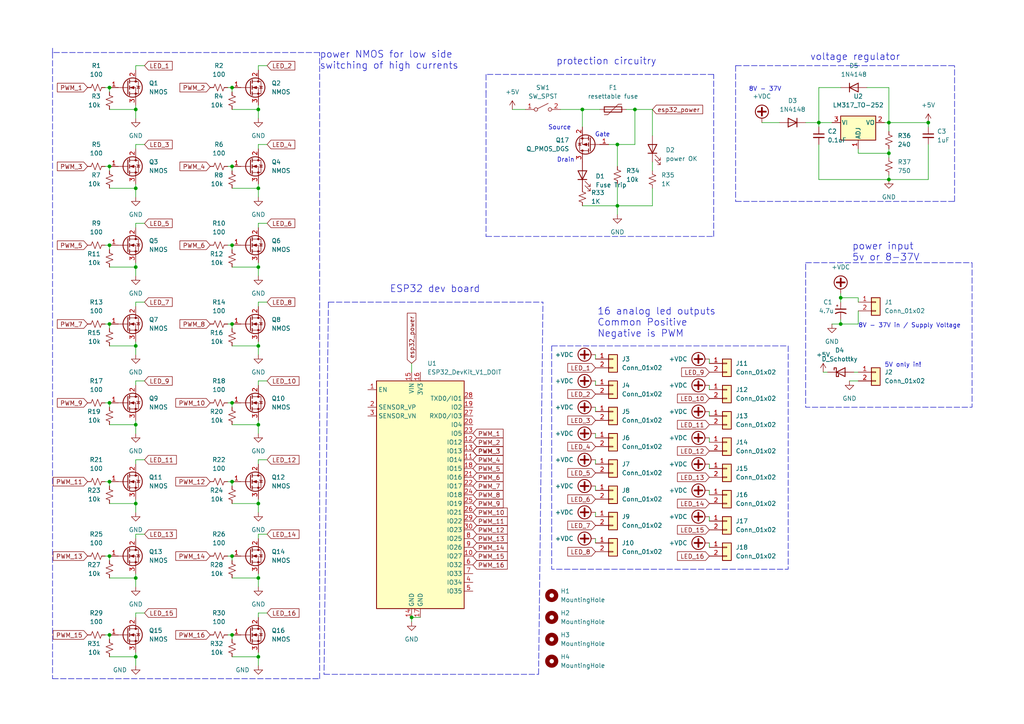
<source format=kicad_sch>
(kicad_sch (version 20231120) (generator "eeschema") (generator_version "8.0")
  (paper "A4")
  (title_block (title "16 channel dimmer for LEDs") (date "2023-02-17") (rev "3") (company "freakylamps"))
  (junction (at 39.37 190.5))
  (junction (at 67.31 139.7))
  (junction (at 74.93 123.19))
  (junction (at 179.07 59.69))
  (junction (at 67.31 25.4))
  (junction (at 257.81 44.45))
  (junction (at 257.81 52.07))
  (junction (at 31.75 48.26))
  (junction (at 74.93 77.47))
  (junction (at 243.84 86.36))
  (junction (at 39.37 31.75))
  (junction (at 67.31 161.29))
  (junction (at 74.93 146.05))
  (junction (at 39.37 167.64))
  (junction (at 168.91 31.75))
  (junction (at 31.75 116.84))
  (junction (at 39.37 77.47))
  (junction (at 31.75 184.15))
  (junction (at 67.31 93.98))
  (junction (at 31.75 25.4))
  (junction (at 257.81 35.56))
  (junction (at 243.84 93.98))
  (junction (at 67.31 71.12))
  (junction (at 39.37 54.61))
  (junction (at 31.75 93.98))
  (junction (at 31.75 161.29))
  (junction (at 31.75 139.7))
  (junction (at 269.24 35.56))
  (junction (at 39.37 100.33))
  (junction (at 31.75 71.12))
  (junction (at 67.31 184.15))
  (junction (at 74.93 31.75))
  (junction (at 179.07 41.91))
  (junction (at 74.93 100.33))
  (junction (at 67.31 48.26))
  (junction (at 67.31 116.84))
  (junction (at 184.15 31.75))
  (junction (at 39.37 146.05))
  (junction (at 74.93 54.61))
  (junction (at 119.38 179.07))
  (junction (at 237.49 35.56))
  (junction (at 39.37 123.19))
  (junction (at 74.93 190.5))
  (junction (at 74.93 167.64))
  (wire (pts (xy 67.31 48.26) (xy 67.31 49.53)))
  (wire (pts (xy 205.74 119.38) (xy 205.74 120.65)))
  (polyline (pts (xy 140.97 26.67) (xy 140.97 68.58)) (stroke (width 0) (type dash)))
  (wire (pts (xy 66.04 161.29) (xy 67.31 161.29)))
  (wire (pts (xy 74.93 190.5) (xy 74.93 193.04)))
  (wire (pts (xy 31.75 146.05) (xy 39.37 146.05)))
  (wire (pts (xy 248.92 44.45) (xy 257.81 44.45)))
  (wire (pts (xy 172.72 140.97) (xy 172.72 142.24)))
  (wire (pts (xy 257.81 35.56) (xy 269.24 35.56)))
  (wire (pts (xy 31.75 139.7) (xy 31.75 140.97)))
  (wire (pts (xy 31.75 77.47) (xy 39.37 77.47)))
  (wire (pts (xy 30.48 71.12) (xy 31.75 71.12)))
  (wire (pts (xy 189.23 59.69) (xy 179.07 59.69)))
  (wire (pts (xy 31.75 123.19) (xy 39.37 123.19)))
  (polyline (pts (xy 207.01 68.58) (xy 207.01 21.59)) (stroke (width 0) (type dash)))
  (wire (pts (xy 257.81 43.18) (xy 257.81 44.45)))
  (wire (pts (xy 30.48 116.84) (xy 31.75 116.84)))
  (wire (pts (xy 67.31 184.15) (xy 67.31 185.42)))
  (wire (pts (xy 246.38 110.49) (xy 248.92 110.49)))
  (wire (pts (xy 67.31 161.29) (xy 67.31 162.56)))
  (wire (pts (xy 31.75 25.4) (xy 31.75 26.67)))
  (wire (pts (xy 179.07 59.69) (xy 179.07 62.23)))
  (wire (pts (xy 67.31 31.75) (xy 74.93 31.75)))
  (wire (pts (xy 39.37 76.2) (xy 39.37 77.47)))
  (wire (pts (xy 179.07 53.34) (xy 179.07 59.69)))
  (wire (pts (xy 189.23 54.61) (xy 189.23 59.69)))
  (wire (pts (xy 74.93 41.91) (xy 77.47 41.91)))
  (wire (pts (xy 74.93 99.06) (xy 74.93 100.33)))
  (wire (pts (xy 179.07 41.91) (xy 184.15 41.91)))
  (wire (pts (xy 39.37 100.33) (xy 39.37 102.87)))
  (wire (pts (xy 269.24 41.91) (xy 269.24 52.07)))
  (wire (pts (xy 74.93 110.49) (xy 77.47 110.49)))
  (polyline (pts (xy 15.24 15.24) (xy 15.24 196.85)) (stroke (width 0) (type dash)))
  (wire (pts (xy 67.31 77.47) (xy 74.93 77.47)))
  (wire (pts (xy 74.93 154.94) (xy 77.47 154.94)))
  (polyline (pts (xy 213.36 19.05) (xy 276.86 19.05)) (stroke (width 0) (type dash)))
  (wire (pts (xy 39.37 179.07) (xy 39.37 177.8)))
  (wire (pts (xy 31.75 184.15) (xy 31.75 185.42)))
  (wire (pts (xy 31.75 54.61) (xy 39.37 54.61)))
  (wire (pts (xy 39.37 87.63) (xy 41.91 87.63)))
  (wire (pts (xy 66.04 48.26) (xy 67.31 48.26)))
  (wire (pts (xy 237.49 41.91) (xy 237.49 52.07)))
  (wire (pts (xy 74.93 144.78) (xy 74.93 146.05)))
  (wire (pts (xy 248.92 90.17) (xy 248.92 93.98)))
  (wire (pts (xy 74.93 146.05) (xy 74.93 148.59)))
  (wire (pts (xy 74.93 88.9) (xy 74.93 87.63)))
  (wire (pts (xy 39.37 20.32) (xy 39.37 19.05)))
  (wire (pts (xy 66.04 139.7) (xy 67.31 139.7)))
  (wire (pts (xy 39.37 121.92) (xy 39.37 123.19)))
  (wire (pts (xy 172.72 110.49) (xy 172.72 111.76)))
  (wire (pts (xy 39.37 99.06) (xy 39.37 100.33)))
  (wire (pts (xy 237.49 52.07) (xy 257.81 52.07)))
  (wire (pts (xy 30.48 139.7) (xy 31.75 139.7)))
  (wire (pts (xy 181.61 31.75) (xy 184.15 31.75)))
  (wire (pts (xy 67.31 167.64) (xy 74.93 167.64)))
  (wire (pts (xy 74.93 134.62) (xy 74.93 133.35)))
  (wire (pts (xy 172.72 118.11) (xy 172.72 119.38)))
  (wire (pts (xy 237.49 25.4) (xy 237.49 35.56)))
  (wire (pts (xy 238.76 107.95) (xy 240.03 107.95)))
  (wire (pts (xy 30.48 93.98) (xy 31.75 93.98)))
  (wire (pts (xy 39.37 110.49) (xy 41.91 110.49)))
  (wire (pts (xy 30.48 25.4) (xy 31.75 25.4)))
  (wire (pts (xy 74.93 167.64) (xy 74.93 170.18)))
  (wire (pts (xy 148.59 31.75) (xy 152.4 31.75)))
  (wire (pts (xy 39.37 144.78) (xy 39.37 146.05)))
  (wire (pts (xy 256.54 35.56) (xy 257.81 35.56)))
  (wire (pts (xy 237.49 35.56) (xy 241.3 35.56)))
  (wire (pts (xy 74.93 189.23) (xy 74.93 190.5)))
  (wire (pts (xy 39.37 77.47) (xy 39.37 80.01)))
  (wire (pts (xy 74.93 123.19) (xy 74.93 125.73)))
  (wire (pts (xy 39.37 111.76) (xy 39.37 110.49)))
  (wire (pts (xy 119.38 179.07) (xy 119.38 180.34)))
  (wire (pts (xy 205.74 111.76) (xy 205.74 113.03)))
  (wire (pts (xy 243.84 85.09) (xy 243.84 86.36)))
  (wire (pts (xy 220.98 35.56) (xy 226.06 35.56)))
  (wire (pts (xy 74.93 121.92) (xy 74.93 123.19)))
  (wire (pts (xy 168.91 31.75) (xy 168.91 36.83)))
  (wire (pts (xy 257.81 35.56) (xy 257.81 38.1)))
  (wire (pts (xy 205.74 142.24) (xy 205.74 143.51)))
  (wire (pts (xy 67.31 146.05) (xy 74.93 146.05)))
  (wire (pts (xy 179.07 41.91) (xy 176.53 41.91)))
  (wire (pts (xy 172.72 125.73) (xy 172.72 127)))
  (wire (pts (xy 67.31 116.84) (xy 67.31 118.11)))
  (wire (pts (xy 67.31 54.61) (xy 74.93 54.61)))
  (wire (pts (xy 39.37 166.37) (xy 39.37 167.64)))
  (polyline (pts (xy 213.36 19.05) (xy 213.36 58.42)) (stroke (width 0) (type dash)))
  (wire (pts (xy 30.48 184.15) (xy 31.75 184.15)))
  (wire (pts (xy 243.84 86.36) (xy 248.92 86.36)))
  (polyline (pts (xy 95.25 87.63) (xy 93.98 195.58)) (stroke (width 0) (type dash)))
  (polyline (pts (xy 156.21 195.58) (xy 157.48 87.63)) (stroke (width 0) (type dash)))
  (wire (pts (xy 66.04 93.98) (xy 67.31 93.98)))
  (wire (pts (xy 243.84 92.71) (xy 243.84 93.98)))
  (wire (pts (xy 31.75 100.33) (xy 39.37 100.33)))
  (wire (pts (xy 162.56 31.75) (xy 168.91 31.75)))
  (wire (pts (xy 31.75 93.98) (xy 31.75 95.25)))
  (wire (pts (xy 39.37 19.05) (xy 41.91 19.05)))
  (wire (pts (xy 74.93 30.48) (xy 74.93 31.75)))
  (wire (pts (xy 74.93 166.37) (xy 74.93 167.64)))
  (wire (pts (xy 74.93 20.32) (xy 74.93 19.05)))
  (wire (pts (xy 237.49 36.83) (xy 237.49 35.56)))
  (wire (pts (xy 184.15 41.91) (xy 184.15 31.75)))
  (polyline (pts (xy 15.24 196.85) (xy 92.71 196.85)) (stroke (width 0) (type dash)))
  (wire (pts (xy 67.31 190.5) (xy 74.93 190.5)))
  (wire (pts (xy 251.46 25.4) (xy 257.81 25.4)))
  (wire (pts (xy 247.65 107.95) (xy 248.92 107.95)))
  (wire (pts (xy 67.31 71.12) (xy 67.31 72.39)))
  (wire (pts (xy 205.74 134.62) (xy 205.74 135.89)))
  (wire (pts (xy 39.37 53.34) (xy 39.37 54.61)))
  (wire (pts (xy 67.31 93.98) (xy 67.31 95.25)))
  (wire (pts (xy 74.93 111.76) (xy 74.93 110.49)))
  (wire (pts (xy 189.23 46.99) (xy 189.23 49.53)))
  (wire (pts (xy 66.04 116.84) (xy 67.31 116.84)))
  (wire (pts (xy 39.37 156.21) (xy 39.37 154.94)))
  (wire (pts (xy 31.75 167.64) (xy 39.37 167.64)))
  (wire (pts (xy 205.74 127) (xy 205.74 128.27)))
  (wire (pts (xy 269.24 35.56) (xy 269.24 36.83)))
  (wire (pts (xy 31.75 161.29) (xy 31.75 162.56)))
  (wire (pts (xy 74.93 54.61) (xy 74.93 57.15)))
  (wire (pts (xy 39.37 54.61) (xy 39.37 57.15)))
  (wire (pts (xy 269.24 52.07) (xy 257.81 52.07)))
  (wire (pts (xy 257.81 44.45) (xy 257.81 45.72)))
  (wire (pts (xy 39.37 133.35) (xy 41.91 133.35)))
  (wire (pts (xy 257.81 25.4) (xy 257.81 35.56)))
  (wire (pts (xy 74.93 43.18) (xy 74.93 41.91)))
  (wire (pts (xy 39.37 190.5) (xy 39.37 193.04)))
  (wire (pts (xy 179.07 48.26) (xy 179.07 41.91)))
  (wire (pts (xy 31.75 31.75) (xy 39.37 31.75)))
  (polyline (pts (xy 15.24 13.97) (xy 15.24 15.24)) (stroke (width 0) (type dash)))
  (wire (pts (xy 168.91 31.75) (xy 173.99 31.75)))
  (wire (pts (xy 39.37 64.77) (xy 41.91 64.77)))
  (wire (pts (xy 172.72 102.87) (xy 172.72 104.14)))
  (wire (pts (xy 39.37 31.75) (xy 39.37 34.29)))
  (wire (pts (xy 30.48 48.26) (xy 31.75 48.26)))
  (wire (pts (xy 241.3 93.98) (xy 243.84 93.98)))
  (wire (pts (xy 74.93 31.75) (xy 74.93 34.29)))
  (polyline (pts (xy 207.01 21.59) (xy 140.97 21.59)) (stroke (width 0) (type dash)))
  (wire (pts (xy 205.74 149.86) (xy 205.74 151.13)))
  (wire (pts (xy 39.37 134.62) (xy 39.37 133.35)))
  (wire (pts (xy 31.75 48.26) (xy 31.75 49.53)))
  (wire (pts (xy 257.81 50.8) (xy 257.81 52.07)))
  (wire (pts (xy 39.37 177.8) (xy 41.91 177.8)))
  (wire (pts (xy 39.37 43.18) (xy 39.37 41.91)))
  (wire (pts (xy 31.75 116.84) (xy 31.75 118.11)))
  (wire (pts (xy 233.68 35.56) (xy 237.49 35.56)))
  (wire (pts (xy 31.75 190.5) (xy 39.37 190.5)))
  (wire (pts (xy 67.31 25.4) (xy 67.31 26.67)))
  (wire (pts (xy 74.93 177.8) (xy 77.47 177.8)))
  (wire (pts (xy 74.93 19.05) (xy 77.47 19.05)))
  (wire (pts (xy 248.92 43.18) (xy 248.92 44.45)))
  (wire (pts (xy 243.84 93.98) (xy 248.92 93.98)))
  (wire (pts (xy 74.93 66.04) (xy 74.93 64.77)))
  (wire (pts (xy 172.72 156.21) (xy 172.72 157.48)))
  (wire (pts (xy 39.37 189.23) (xy 39.37 190.5)))
  (wire (pts (xy 243.84 87.63) (xy 243.84 86.36)))
  (wire (pts (xy 74.93 77.47) (xy 74.93 80.01)))
  (wire (pts (xy 67.31 123.19) (xy 74.93 123.19)))
  (wire (pts (xy 119.38 105.41) (xy 119.38 107.95)))
  (wire (pts (xy 74.93 53.34) (xy 74.93 54.61)))
  (wire (pts (xy 243.84 25.4) (xy 237.49 25.4)))
  (wire (pts (xy 74.93 76.2) (xy 74.93 77.47)))
  (wire (pts (xy 205.74 157.48) (xy 205.74 158.75)))
  (wire (pts (xy 39.37 88.9) (xy 39.37 87.63)))
  (polyline (pts (xy 140.97 68.58) (xy 207.01 68.58)) (stroke (width 0) (type dash)))
  (wire (pts (xy 39.37 167.64) (xy 39.37 170.18)))
  (wire (pts (xy 66.04 184.15) (xy 67.31 184.15)))
  (wire (pts (xy 74.93 133.35) (xy 77.47 133.35)))
  (polyline (pts (xy 213.36 58.42) (xy 276.86 58.42)) (stroke (width 0) (type dash)))
  (wire (pts (xy 168.91 59.69) (xy 179.07 59.69)))
  (polyline (pts (xy 92.71 15.24) (xy 15.24 15.24)) (stroke (width 0) (type dash)))
  (wire (pts (xy 39.37 146.05) (xy 39.37 148.59)))
  (wire (pts (xy 172.72 148.59) (xy 172.72 149.86)))
  (polyline (pts (xy 93.98 195.58) (xy 156.21 195.58)) (stroke (width 0) (type dash)))
  (wire (pts (xy 74.93 64.77) (xy 77.47 64.77)))
  (polyline (pts (xy 276.86 58.42) (xy 276.86 19.05)) (stroke (width 0) (type dash)))
  (wire (pts (xy 248.92 87.63) (xy 248.92 86.36)))
  (wire (pts (xy 31.75 71.12) (xy 31.75 72.39)))
  (wire (pts (xy 189.23 31.75) (xy 189.23 39.37)))
  (wire (pts (xy 30.48 161.29) (xy 31.75 161.29)))
  (wire (pts (xy 67.31 100.33) (xy 74.93 100.33)))
  (wire (pts (xy 39.37 154.94) (xy 41.91 154.94)))
  (wire (pts (xy 39.37 30.48) (xy 39.37 31.75)))
  (wire (pts (xy 39.37 66.04) (xy 39.37 64.77)))
  (wire (pts (xy 205.74 104.14) (xy 205.74 105.41)))
  (wire (pts (xy 74.93 87.63) (xy 77.47 87.63)))
  (wire (pts (xy 39.37 123.19) (xy 39.37 125.73)))
  (polyline (pts (xy 95.25 87.63) (xy 157.48 87.63)) (stroke (width 0) (type dash)))
  (wire (pts (xy 74.93 100.33) (xy 74.93 102.87)))
  (wire (pts (xy 119.38 179.07) (xy 121.92 179.07)))
  (wire (pts (xy 66.04 71.12) (xy 67.31 71.12)))
  (wire (pts (xy 172.72 133.35) (xy 172.72 134.62)))
  (wire (pts (xy 39.37 41.91) (xy 41.91 41.91)))
  (wire (pts (xy 74.93 156.21) (xy 74.93 154.94)))
  (wire (pts (xy 184.15 31.75) (xy 189.23 31.75)))
  (wire (pts (xy 66.04 25.4) (xy 67.31 25.4)))
  (wire (pts (xy 67.31 139.7) (xy 67.31 140.97)))
  (wire (pts (xy 74.93 179.07) (xy 74.93 177.8)))
  (polyline (pts (xy 92.71 196.85) (xy 92.71 15.24)) (stroke (width 0) (type dash)))
  (polyline (pts (xy 140.97 21.59) (xy 140.97 26.67)) (stroke (width 0) (type dash)))
  (rectangle (start 160.02 100.33) (end 228.6 165.1) (stroke (width 0) (type dash)))
  (rectangle (start 233.68 76.2) (end 281.94 118.11) (stroke (width 0) (type dash)))
  (text "5V only in!" (at 256.54 106.68 0) (effects (font (size 1.27 1.27)) (justify left bottom)))
  (text "power NMOS for low side \nswitching of high currents" (at 92.71 20.32 0) (effects (font (size 2 2)) (justify left bottom)))
  (text "ESP32 dev board" (at 113.03 85.09 0) (effects (font (size 2 2)) (justify left bottom)))
  (text "Source" (at 162.306 37.084 0) (effects (font (size 1.27 1.27))))
  (text "Drain\n	\n" (at 164.084 47.498 0) (effects (font (size 1.27 1.27))))
  (text "8V - 37V	" (at 217.17 26.67 0) (effects (font (size 1.27 1.27)) (justify left bottom)))
  (text "8V - 37V in / Supply Voltage" (at 248.92 95.25 0) (effects (font (size 1.27 1.27)) (justify left bottom)))
  (text "power input\n5v or 8-37V " (at 247.142 75.946 0) (effects (font (size 2 2)) (justify left bottom)))
  (text "Gate" (at 174.752 39.116 0) (effects (font (size 1.27 1.27))))
  (text "protection circuitry" (at 161.29 19.05 0) (effects (font (size 2 2)) (justify left bottom)))
  (text "voltage regulator" (at 234.95 17.78 0) (effects (font (size 2 2)) (justify left bottom)))
  (text "16 analog led outputs\nCommon Positive\nNegative is PWM" (at 173.228 98.044 0) (effects (font (size 2 2)) (justify left bottom)))
  (global_label "PWM_8" (shape input) (at 137.16 143.51 0) (property "Intersheetrefs" "${INTERSHEET_REFS}" (effects (hide yes))))
  (global_label "PWM_12" (shape input) (at 60.96 139.7 180) (property "Intersheetrefs" "${INTERSHEET_REFS}" (effects (hide yes))))
  (global_label "PWM_14" (shape input) (at 60.96 161.29 180) (property "Intersheetrefs" "${INTERSHEET_REFS}" (effects (hide yes))))
  (global_label "PWM_9" (shape input) (at 137.16 146.05 0) (property "Intersheetrefs" "${INTERSHEET_REFS}" (effects (hide yes))))
  (global_label "LED_1" (shape input) (at 172.72 106.68 180) (property "Intersheetrefs" "${INTERSHEET_REFS}" (effects (hide yes))))
  (global_label "PWM_5" (shape input) (at 137.16 135.89 0) (property "Intersheetrefs" "${INTERSHEET_REFS}" (effects (hide yes))))
  (global_label "PWM_4" (shape input) (at 60.96 48.26 180) (property "Intersheetrefs" "${INTERSHEET_REFS}" (effects (hide yes))))
  (global_label "PWM_16" (shape input) (at 137.16 163.83 0) (property "Intersheetrefs" "${INTERSHEET_REFS}" (effects (hide yes))))
  (global_label "PWM_2" (shape input) (at 137.16 128.27 0) (property "Intersheetrefs" "${INTERSHEET_REFS}" (effects (hide yes))))
  (global_label "LED_4" (shape input) (at 77.47 41.91 0) (property "Intersheetrefs" "${INTERSHEET_REFS}" (effects (hide yes))))
  (global_label "PWM_2" (shape input) (at 60.96 25.4 180) (property "Intersheetrefs" "${INTERSHEET_REFS}" (effects (hide yes))))
  (global_label "LED_10" (shape input) (at 77.47 110.49 0) (property "Intersheetrefs" "${INTERSHEET_REFS}" (effects (hide yes))))
  (global_label "LED_10" (shape input) (at 205.74 115.57 180) (property "Intersheetrefs" "${INTERSHEET_REFS}" (effects (hide yes))))
  (global_label "LED_6" (shape input) (at 172.72 144.78 180) (property "Intersheetrefs" "${INTERSHEET_REFS}" (effects (hide yes))))
  (global_label "LED_6" (shape input) (at 77.47 64.77 0) (property "Intersheetrefs" "${INTERSHEET_REFS}" (effects (hide yes))))
  (global_label "LED_4" (shape input) (at 172.72 129.54 180) (property "Intersheetrefs" "${INTERSHEET_REFS}" (effects (hide yes))))
  (global_label "LED_5" (shape input) (at 172.72 137.16 180) (property "Intersheetrefs" "${INTERSHEET_REFS}" (effects (hide yes))))
  (global_label "LED_9" (shape input) (at 41.91 110.49 0) (property "Intersheetrefs" "${INTERSHEET_REFS}" (effects (hide yes))))
  (global_label "PWM_11" (shape input) (at 25.4 139.7 180) (property "Intersheetrefs" "${INTERSHEET_REFS}" (effects (hide yes))))
  (global_label "LED_2" (shape input) (at 77.47 19.05 0) (property "Intersheetrefs" "${INTERSHEET_REFS}" (effects (hide yes))))
  (global_label "LED_13" (shape input) (at 41.91 154.94 0) (property "Intersheetrefs" "${INTERSHEET_REFS}" (effects (hide yes))))
  (global_label "esp32_power" (shape input) (at 119.38 105.41 90) (property "Intersheetrefs" "${INTERSHEET_REFS}" (effects (hide yes))))
  (global_label "PWM_3" (shape input) (at 137.16 130.81 0) (property "Intersheetrefs" "${INTERSHEET_REFS}" (effects (hide yes))))
  (global_label "PWM_10" (shape input) (at 137.16 148.59 0) (property "Intersheetrefs" "${INTERSHEET_REFS}" (effects (hide yes))))
  (global_label "LED_3" (shape input) (at 41.91 41.91 0) (property "Intersheetrefs" "${INTERSHEET_REFS}" (effects (hide yes))))
  (global_label "LED_7" (shape input) (at 41.91 87.63 0) (property "Intersheetrefs" "${INTERSHEET_REFS}" (effects (hide yes))))
  (global_label "LED_13" (shape input) (at 205.74 138.43 180) (property "Intersheetrefs" "${INTERSHEET_REFS}" (effects (hide yes))))
  (global_label "PWM_13" (shape input) (at 25.4 161.29 180) (property "Intersheetrefs" "${INTERSHEET_REFS}" (effects (hide yes))))
  (global_label "LED_14" (shape input) (at 205.74 146.05 180) (property "Intersheetrefs" "${INTERSHEET_REFS}" (effects (hide yes))))
  (global_label "LED_9" (shape input) (at 205.74 107.95 180) (property "Intersheetrefs" "${INTERSHEET_REFS}" (effects (hide yes))))
  (global_label "esp32_power" (shape input) (at 189.23 31.75 0) (property "Intersheetrefs" "${INTERSHEET_REFS}" (effects (hide yes))))
  (global_label "LED_8" (shape input) (at 172.72 160.02 180) (property "Intersheetrefs" "${INTERSHEET_REFS}" (effects (hide yes))))
  (global_label "PWM_15" (shape input) (at 25.4 184.15 180) (property "Intersheetrefs" "${INTERSHEET_REFS}" (effects (hide yes))))
  (global_label "PWM_7" (shape input) (at 137.16 140.97 0) (property "Intersheetrefs" "${INTERSHEET_REFS}" (effects (hide yes))))
  (global_label "LED_16" (shape input) (at 205.74 161.29 180) (property "Intersheetrefs" "${INTERSHEET_REFS}" (effects (hide yes))))
  (global_label "LED_11" (shape input) (at 41.91 133.35 0) (property "Intersheetrefs" "${INTERSHEET_REFS}" (effects (hide yes))))
  (global_label "PWM_1" (shape input) (at 25.4 25.4 180) (property "Intersheetrefs" "${INTERSHEET_REFS}" (effects (hide yes))))
  (global_label "PWM_3" (shape input) (at 25.4 48.26 180) (property "Intersheetrefs" "${INTERSHEET_REFS}" (effects (hide yes))))
  (global_label "PWM_7" (shape input) (at 25.4 93.98 180) (property "Intersheetrefs" "${INTERSHEET_REFS}" (effects (hide yes))))
  (global_label "PWM_16" (shape input) (at 60.96 184.15 180) (property "Intersheetrefs" "${INTERSHEET_REFS}" (effects (hide yes))))
  (global_label "PWM_6" (shape input) (at 137.16 138.43 0) (property "Intersheetrefs" "${INTERSHEET_REFS}" (effects (hide yes))))
  (global_label "PWM_1" (shape input) (at 137.16 125.73 0) (property "Intersheetrefs" "${INTERSHEET_REFS}" (effects (hide yes))))
  (global_label "PWM_3" (shape input) (at 137.16 130.81 0) (property "Intersheetrefs" "${INTERSHEET_REFS}" (effects (hide yes))))
  (global_label "PWM_9" (shape input) (at 25.4 116.84 180) (property "Intersheetrefs" "${INTERSHEET_REFS}" (effects (hide yes))))
  (global_label "LED_11" (shape input) (at 205.74 123.19 180) (property "Intersheetrefs" "${INTERSHEET_REFS}" (effects (hide yes))))
  (global_label "LED_12" (shape input) (at 205.74 130.81 180) (property "Intersheetrefs" "${INTERSHEET_REFS}" (effects (hide yes))))
  (global_label "PWM_5" (shape input) (at 25.4 71.12 180) (property "Intersheetrefs" "${INTERSHEET_REFS}" (effects (hide yes))))
  (global_label "LED_3" (shape input) (at 172.72 121.92 180) (property "Intersheetrefs" "${INTERSHEET_REFS}" (effects (hide yes))))
  (global_label "LED_5" (shape input) (at 41.91 64.77 0) (property "Intersheetrefs" "${INTERSHEET_REFS}" (effects (hide yes))))
  (global_label "LED_8" (shape input) (at 77.47 87.63 0) (property "Intersheetrefs" "${INTERSHEET_REFS}" (effects (hide yes))))
  (global_label "PWM_4" (shape input) (at 137.16 133.35 0) (property "Intersheetrefs" "${INTERSHEET_REFS}" (effects (hide yes))))
  (global_label "PWM_13" (shape input) (at 137.16 156.21 0) (property "Intersheetrefs" "${INTERSHEET_REFS}" (effects (hide yes))))
  (global_label "LED_1" (shape input) (at 41.91 19.05 0) (property "Intersheetrefs" "${INTERSHEET_REFS}" (effects (hide yes))))
  (global_label "LED_15" (shape input) (at 205.74 153.67 180) (property "Intersheetrefs" "${INTERSHEET_REFS}" (effects (hide yes))))
  (global_label "PWM_6" (shape input) (at 60.96 71.12 180) (property "Intersheetrefs" "${INTERSHEET_REFS}" (effects (hide yes))))
  (global_label "LED_7" (shape input) (at 172.72 152.4 180) (property "Intersheetrefs" "${INTERSHEET_REFS}" (effects (hide yes))))
  (global_label "PWM_10" (shape input) (at 60.96 116.84 180) (property "Intersheetrefs" "${INTERSHEET_REFS}" (effects (hide yes))))
  (global_label "PWM_11" (shape input) (at 137.16 151.13 0) (property "Intersheetrefs" "${INTERSHEET_REFS}" (effects (hide yes))))
  (global_label "LED_16" (shape input) (at 77.47 177.8 0) (property "Intersheetrefs" "${INTERSHEET_REFS}" (effects (hide yes))))
  (global_label "PWM_8" (shape input) (at 60.96 93.98 180) (property "Intersheetrefs" "${INTERSHEET_REFS}" (effects (hide yes))))
  (global_label "LED_2" (shape input) (at 172.72 114.3 180) (property "Intersheetrefs" "${INTERSHEET_REFS}" (effects (hide yes))))
  (global_label "PWM_12" (shape input) (at 137.16 153.67 0) (property "Intersheetrefs" "${INTERSHEET_REFS}" (effects (hide yes))))
  (global_label "PWM_14" (shape input) (at 137.16 158.75 0) (property "Intersheetrefs" "${INTERSHEET_REFS}" (effects (hide yes))))
  (global_label "LED_14" (shape input) (at 77.47 154.94 0) (property "Intersheetrefs" "${INTERSHEET_REFS}" (effects (hide yes))))
  (global_label "PWM_15" (shape input) (at 137.16 161.29 0) (property "Intersheetrefs" "${INTERSHEET_REFS}" (effects (hide yes))))
  (global_label "LED_12" (shape input) (at 77.47 133.35 0) (property "Intersheetrefs" "${INTERSHEET_REFS}" (effects (hide yes))))
  (global_label "LED_15" (shape input) (at 41.91 177.8 0) (property "Intersheetrefs" "${INTERSHEET_REFS}" (effects (hide yes))))
  (symbol (lib_id "Device:C_Small") (at 237.49 39.37 0) (unit 1)
    (property "Reference" "C2" (at 240.03 38.1062 0) (effects (justify left)))
    (property "Value" "0.1uF" (at 240.03 40.6462 0) (effects (justify left)))
    (property "Footprint" "Capacitor_SMD:C_1206_3216Metric_Pad1.33x1.80mm_HandSolder" (effects (hide yes)))
    (property "LCSC" "C24497" (effects (hide yes)))
  )
  (symbol (lib_id "power:+5V") (at 269.24 35.56 0) (unit 1)
    (property "Reference" "#PWR026" (effects (hide yes)))
    (property "Value" "+5V" (at 269.24 30.48 0))
  )
  (symbol (lib_id "power:+VDC") (at 172.72 140.97 90) (unit 1)
    (property "Reference" "#PWR032" (effects (hide yes)))
    (property "Value" "+VDC" (at 166.37 140.9699 90) (effects (justify left)))
  )
  (symbol (lib_id "Device:R_Small_US") (at 27.94 48.26 90) (unit 1)
    (property "Reference" "R5" (at 27.94 41.91 90))
    (property "Value" "100" (at 27.94 44.45 90))
    (property "Footprint" "Resistor_SMD:R_0805_2012Metric" (effects (hide yes)))
    (property "LCSC" "C17408" (effects (hide yes)))
  )
  (symbol (lib_id "Connector_Generic:Conn_01x02") (at 177.8 157.48 0) (unit 1)
    (property "Reference" "J10" (at 180.34 157.4799 0) (effects (justify left)))
    (property "Value" "Conn_01x02" (at 180.34 160.0199 0) (effects (justify left)))
    (property "Footprint" "Connector_Molex:Molex_Micro-Fit_3.0_43045-0212_2x01_P3.00mm_Vertical" (effects (hide yes)))
  )
  (symbol (lib_id "Device:Q_NMOS_GDS") (at 72.39 161.29 0) (unit 1)
    (property "Reference" "Q14" (at 78.74 160.0199 0) (effects (justify left)))
    (property "Value" "NMOS" (at 78.74 162.5599 0) (effects (justify left)))
    (property "Footprint" "Package_TO_SOT_SMD:TO-252-2" (effects (hide yes)))
    (property "LCSC" "C2995345" (effects (hide yes)))
  )
  (symbol (lib_id "Device:R_Small_US") (at 31.75 120.65 180) (unit 1)
    (property "Reference" "R19" (at 29.21 119.3799 0) (effects (justify left)))
    (property "Value" "10k" (at 29.21 121.9199 0) (effects (justify left)))
    (property "Footprint" "Resistor_SMD:R_0805_2012Metric" (effects (hide yes)))
    (property "LCSC" "C17414" (effects (hide yes)))
  )
  (symbol (lib_id "Device:R_Small_US") (at 257.81 40.64 0) (unit 1)
    (property "Reference" "R36" (at 260.35 39.3699 0) (effects (justify left)))
    (property "Value" "240" (at 260.35 41.9099 0) (effects (justify left)))
    (property "Footprint" "Resistor_SMD:R_0805_2012Metric" (effects (hide yes)))
    (property "LCSC" "C17572" (effects (hide yes)))
  )
  (symbol (lib_id "Device:Q_NMOS_GDS") (at 36.83 116.84 0) (unit 1)
    (property "Reference" "Q9" (at 43.18 115.5699 0) (effects (justify left)))
    (property "Value" "NMOS" (at 43.18 118.1099 0) (effects (justify left)))
    (property "Footprint" "Package_TO_SOT_SMD:TO-252-2" (effects (hide yes)))
    (property "LCSC" "C2995345" (effects (hide yes)))
  )
  (symbol (lib_id "power:+VDC") (at 172.72 110.49 90) (unit 1)
    (property "Reference" "#PWR028" (effects (hide yes)))
    (property "Value" "+VDC" (at 166.37 110.4899 90) (effects (justify left)))
  )
  (symbol (lib_id "Device:LED") (at 189.23 43.18 90) (unit 1)
    (property "Reference" "D2" (at 193.04 43.4974 90) (effects (justify right)))
    (property "Value" "power OK" (at 193.04 46.0374 90) (effects (justify right)))
    (property "Footprint" "LED_SMD:LED_0805_2012Metric" (effects (hide yes)))
    (property "LCSC" "C34499" (effects (hide yes)))
  )
  (symbol (lib_id "Connector_Generic:Conn_01x02") (at 254 87.63 0) (unit 1)
    (property "Reference" "J1" (at 256.54 87.6299 0) (effects (justify left)))
    (property "Value" "Conn_01x02" (at 256.54 90.1699 0) (effects (justify left)))
    (property "Footprint" "william customs:Kobiconn - 2 pin terminal - 158P02DT39BE" (effects (hide yes)))
  )
  (symbol (lib_id "power:+VDC") (at 220.98 35.56 0) (unit 1)
    (property "Reference" "#PWR020" (effects (hide yes)))
    (property "Value" "+VDC" (at 220.98 27.94 0))
  )
  (symbol (lib_id "Connector_Generic:Conn_01x02") (at 210.82 120.65 0) (unit 1)
    (property "Reference" "J13" (at 213.36 120.6499 0) (effects (justify left)))
    (property "Value" "Conn_01x02" (at 213.36 123.1899 0) (effects (justify left)))
    (property "Footprint" "Connector_Molex:Molex_Micro-Fit_3.0_43045-0212_2x01_P3.00mm_Vertical" (effects (hide yes)))
  )
  (symbol (lib_id "power:+VDC") (at 172.72 148.59 90) (unit 1)
    (property "Reference" "#PWR033" (effects (hide yes)))
    (property "Value" "+VDC" (at 166.37 148.5899 90) (effects (justify left)))
  )
  (symbol (lib_id "power:GND") (at 74.93 102.87 0) (unit 1)
    (property "Reference" "#PWR08" (effects (hide yes)))
    (property "Value" "GND" (at 74.93 107.95 0))
  )
  (symbol (lib_id "power:+VDC") (at 243.84 85.09 0) (unit 1)
    (property "Reference" "#PWR023" (effects (hide yes)))
    (property "Value" "+VDC" (at 243.84 77.47 0))
  )
  (symbol (lib_id "Device:Q_NMOS_GDS") (at 72.39 93.98 0) (unit 1)
    (property "Reference" "Q8" (at 78.74 92.7099 0) (effects (justify left)))
    (property "Value" "NMOS" (at 78.74 95.2499 0) (effects (justify left)))
    (property "Footprint" "Package_TO_SOT_SMD:TO-252-2" (effects (hide yes)))
    (property "LCSC" "C2995345" (effects (hide yes)))
  )
  (symbol (lib_id "Device:R_Small_US") (at 63.5 48.26 90) (unit 1)
    (property "Reference" "R6" (at 63.5 41.91 90))
    (property "Value" "100" (at 63.5 44.45 90))
    (property "Footprint" "Resistor_SMD:R_0805_2012Metric" (effects (hide yes)))
    (property "LCSC" "C17408" (effects (hide yes)))
  )
  (symbol (lib_id "power:GND") (at 74.93 80.01 0) (unit 1)
    (property "Reference" "#PWR06" (effects (hide yes)))
    (property "Value" "GND" (at 74.93 85.09 0))
  )
  (symbol (lib_id "Device:R_Small_US") (at 27.94 93.98 90) (unit 1)
    (property "Reference" "R13" (at 27.94 87.63 90))
    (property "Value" "100" (at 27.94 90.17 90))
    (property "Footprint" "Resistor_SMD:R_0805_2012Metric" (effects (hide yes)))
    (property "LCSC" "C17408" (effects (hide yes)))
  )
  (symbol (lib_id "Connector_Generic:Conn_01x02") (at 177.8 111.76 0) (unit 1)
    (property "Reference" "J4" (at 180.34 111.7599 0) (effects (justify left)))
    (property "Value" "Conn_01x02" (at 180.34 114.2999 0) (effects (justify left)))
    (property "Footprint" "Connector_Molex:Molex_Micro-Fit_3.0_43045-0212_2x01_P3.00mm_Vertical" (effects (hide yes)))
  )
  (symbol (lib_id "Device:R_Small_US") (at 63.5 161.29 90) (unit 1)
    (property "Reference" "R26" (at 63.5 154.94 90))
    (property "Value" "100" (at 63.5 157.48 90))
    (property "Footprint" "Resistor_SMD:R_0805_2012Metric" (effects (hide yes)))
    (property "LCSC" "C17408" (effects (hide yes)))
  )
  (symbol (lib_id "Device:R_Small_US") (at 27.94 184.15 90) (unit 1)
    (property "Reference" "R29" (at 27.94 177.8 90))
    (property "Value" "100" (at 27.94 180.34 90))
    (property "Footprint" "Resistor_SMD:R_0805_2012Metric" (effects (hide yes)))
    (property "LCSC" "C17408" (effects (hide yes)))
  )
  (symbol (lib_id "Device:Q_NMOS_GDS") (at 36.83 48.26 0) (unit 1)
    (property "Reference" "Q3" (at 43.18 46.9899 0) (effects (justify left)))
    (property "Value" "NMOS" (at 43.18 49.5299 0) (effects (justify left)))
    (property "Footprint" "Package_TO_SOT_SMD:TO-252-2" (effects (hide yes)))
    (property "LCSC" "C2995345" (effects (hide yes)))
  )
  (symbol (lib_id "Connector_Generic:Conn_01x02") (at 177.8 104.14 0) (unit 1)
    (property "Reference" "J3" (at 180.34 104.1399 0) (effects (justify left)))
    (property "Value" "Conn_01x02" (at 180.34 106.6799 0) (effects (justify left)))
    (property "Footprint" "Connector_Molex:Molex_Micro-Fit_3.0_43045-0212_2x01_P3.00mm_Vertical" (effects (hide yes)))
  )
  (symbol (lib_id "Device:R_Small_US") (at 27.94 25.4 90) (unit 1)
    (property "Reference" "R1" (at 27.94 19.05 90))
    (property "Value" "100" (at 27.94 21.59 90))
    (property "Footprint" "Resistor_SMD:R_0805_2012Metric" (effects (hide yes)))
    (property "LCSC" "C17408" (effects (hide yes)))
  )
  (symbol (lib_id "Device:D_Schottky") (at 243.84 107.95 0) (unit 1)
    (property "Reference" "D4" (at 243.5225 101.6 0))
    (property "Value" "D_Schottky" (at 243.5225 104.14 0))
    (property "Footprint" "Diode_SMD:D_SMA" (effects (hide yes)))
    (property "LCSC" "C2480" (effects (hide yes)))
  )
  (symbol (lib_id "Connector_Generic:Conn_01x02") (at 210.82 135.89 0) (unit 1)
    (property "Reference" "J15" (at 213.36 135.8899 0) (effects (justify left)))
    (property "Value" "Conn_01x02" (at 213.36 138.4299 0) (effects (justify left)))
    (property "Footprint" "Connector_Molex:Molex_Micro-Fit_3.0_43045-0212_2x01_P3.00mm_Vertical" (effects (hide yes)))
  )
  (symbol (lib_id "Connector_Generic:Conn_01x02") (at 210.82 158.75 0) (unit 1)
    (property "Reference" "J18" (at 213.36 158.7499 0) (effects (justify left)))
    (property "Value" "Conn_01x02" (at 213.36 161.2899 0) (effects (justify left)))
    (property "Footprint" "Connector_Molex:Molex_Micro-Fit_3.0_43045-0212_2x01_P3.00mm_Vertical" (effects (hide yes)))
  )
  (symbol (lib_id "power:GND") (at 39.37 125.73 0) (unit 1)
    (property "Reference" "#PWR09" (effects (hide yes)))
    (property "Value" "GND" (at 39.37 130.81 0))
  )
  (symbol (lib_id "Device:R_Small_US") (at 63.5 116.84 90) (unit 1)
    (property "Reference" "R18" (at 63.5 110.49 90))
    (property "Value" "100" (at 63.5 113.03 90))
    (property "Footprint" "Resistor_SMD:R_0805_2012Metric" (effects (hide yes)))
    (property "LCSC" "C17408" (effects (hide yes)))
  )
  (symbol (lib_id "Device:Q_NMOS_GDS") (at 72.39 25.4 0) (unit 1)
    (property "Reference" "Q2" (at 78.74 24.1299 0) (effects (justify left)))
    (property "Value" "NMOS" (at 78.74 26.6699 0) (effects (justify left)))
    (property "Footprint" "Package_TO_SOT_SMD:TO-252-2" (effects (hide yes)))
    (property "LCSC" "C2995345" (effects (hide yes)))
  )
  (symbol (lib_id "Device:R_Small_US") (at 67.31 29.21 180) (unit 1)
    (property "Reference" "R4" (at 64.77 27.9399 0) (effects (justify left)))
    (property "Value" "10k" (at 64.77 30.4799 0) (effects (justify left)))
    (property "Footprint" "Resistor_SMD:R_0805_2012Metric" (effects (hide yes)))
    (property "LCSC" "C17414" (effects (hide yes)))
  )
  (symbol (lib_id "power:+VDC") (at 205.74 119.38 90) (unit 1)
    (property "Reference" "#PWR037" (effects (hide yes)))
    (property "Value" "+VDC" (at 199.39 119.3799 90) (effects (justify left)))
  )
  (symbol (lib_id "Device:Q_NMOS_GDS") (at 72.39 48.26 0) (unit 1)
    (property "Reference" "Q4" (at 78.74 46.9899 0) (effects (justify left)))
    (property "Value" "NMOS" (at 78.74 49.5299 0) (effects (justify left)))
    (property "Footprint" "Package_TO_SOT_SMD:TO-252-2" (effects (hide yes)))
    (property "LCSC" "C2995345" (effects (hide yes)))
  )
  (symbol (lib_id "Mechanical:MountingHole") (at 160.02 172.72 0) (unit 1) (exclude_from_sim yes) (in_bom no)
    (property "Reference" "H1" (at 162.56 171.4499 0) (effects (justify left)))
    (property "Value" "MountingHole" (at 162.56 173.9899 0) (effects (justify left)))
    (property "Footprint" "MountingHole:MountingHole_3.2mm_M3" (effects (hide yes)))
    (property "Description" "Mounting Hole without connection" (effects (hide yes)))
  )
  (symbol (lib_id "power:GND") (at 74.93 125.73 0) (unit 1)
    (property "Reference" "#PWR010" (effects (hide yes)))
    (property "Value" "GND" (at 74.93 130.81 0))
  )
  (symbol (lib_id "Device:Q_NMOS_GDS") (at 36.83 93.98 0) (unit 1)
    (property "Reference" "Q7" (at 43.18 92.7099 0) (effects (justify left)))
    (property "Value" "NMOS" (at 43.18 95.2499 0) (effects (justify left)))
    (property "Footprint" "Package_TO_SOT_SMD:TO-252-2" (effects (hide yes)))
    (property "LCSC" "C2995345" (effects (hide yes)))
  )
  (symbol (lib_id "Device:R_Small_US") (at 67.31 74.93 180) (unit 1)
    (property "Reference" "R12" (at 64.77 73.6599 0) (effects (justify left)))
    (property "Value" "10k" (at 64.77 76.1999 0) (effects (justify left)))
    (property "Footprint" "Resistor_SMD:R_0805_2012Metric" (effects (hide yes)))
    (property "LCSC" "C17414" (effects (hide yes)))
  )
  (symbol (lib_id "Device:R_Small_US") (at 168.91 57.15 180) (unit 1)
    (property "Reference" "R33" (at 171.45 55.8799 0) (effects (justify right)))
    (property "Value" "1K" (at 171.45 58.4199 0) (effects (justify right)))
    (property "Footprint" "Resistor_SMD:R_0805_2012Metric" (effects (hide yes)))
    (property "LCSC" "C17513" (effects (hide yes)))
  )
  (symbol (lib_id "power:+5V") (at 238.76 107.95 0) (unit 1)
    (property "Reference" "#PWR021" (effects (hide yes)))
    (property "Value" "+5V" (at 238.76 102.87 0))
  )
  (symbol (lib_id "Connector_Generic:Conn_01x02") (at 210.82 143.51 0) (unit 1)
    (property "Reference" "J16" (at 213.36 143.5099 0) (effects (justify left)))
    (property "Value" "Conn_01x02" (at 213.36 146.0499 0) (effects (justify left)))
    (property "Footprint" "Connector_Molex:Molex_Micro-Fit_3.0_43045-0212_2x01_P3.00mm_Vertical" (effects (hide yes)))
  )
  (symbol (lib_id "power:GND") (at 39.37 57.15 0) (unit 1)
    (property "Reference" "#PWR03" (effects (hide yes)))
    (property "Value" "GND" (at 39.37 62.23 0))
  )
  (symbol (lib_id "Device:Q_NMOS_GDS") (at 36.83 139.7 0) (unit 1)
    (property "Reference" "Q11" (at 43.18 138.4299 0) (effects (justify left)))
    (property "Value" "NMOS" (at 43.18 140.9699 0) (effects (justify left)))
    (property "Footprint" "Package_TO_SOT_SMD:TO-252-2" (effects (hide yes)))
    (property "LCSC" "C2995345" (effects (hide yes)))
  )
  (symbol (lib_id "power:GND") (at 39.37 80.01 0) (unit 1)
    (property "Reference" "#PWR05" (effects (hide yes)))
    (property "Value" "GND" (at 39.37 85.09 0))
  )
  (symbol (lib_id "power:GND") (at 241.3 93.98 0) (unit 1)
    (property "Reference" "#PWR022" (effects (hide yes)))
    (property "Value" "GND" (at 241.3 99.06 0))
  )
  (symbol (lib_id "Mechanical:MountingHole") (at 160.02 179.07 0) (unit 1) (exclude_from_sim yes) (in_bom no)
    (property "Reference" "H2" (at 162.56 177.7999 0) (effects (justify left)))
    (property "Value" "MountingHole" (at 162.56 180.3399 0) (effects (justify left)))
    (property "Footprint" "MountingHole:MountingHole_3.2mm_M3" (effects (hide yes)))
    (property "Description" "Mounting Hole without connection" (effects (hide yes)))
  )
  (symbol (lib_id "Connector_Generic:Conn_01x02") (at 177.8 142.24 0) (unit 1)
    (property "Reference" "J8" (at 180.34 142.2399 0) (effects (justify left)))
    (property "Value" "Conn_01x02" (at 180.34 144.7799 0) (effects (justify left)))
    (property "Footprint" "Connector_Molex:Molex_Micro-Fit_3.0_43045-0212_2x01_P3.00mm_Vertical" (effects (hide yes)))
  )
  (symbol (lib_id "Device:R_Small_US") (at 67.31 143.51 180) (unit 1)
    (property "Reference" "R24" (at 64.77 142.2399 0) (effects (justify left)))
    (property "Value" "10k" (at 64.77 144.7799 0) (effects (justify left)))
    (property "Footprint" "Resistor_SMD:R_0805_2012Metric" (effects (hide yes)))
    (property "LCSC" "C17414" (effects (hide yes)))
  )
  (symbol (lib_id "Device:R_Small_US") (at 67.31 52.07 180) (unit 1)
    (property "Reference" "R8" (at 64.77 50.7999 0) (effects (justify left)))
    (property "Value" "10k" (at 64.77 53.3399 0) (effects (justify left)))
    (property "Footprint" "Resistor_SMD:R_0805_2012Metric" (effects (hide yes)))
    (property "LCSC" "C17414" (effects (hide yes)))
  )
  (symbol (lib_id "Connector_Generic:Conn_01x02") (at 210.82 113.03 0) (unit 1)
    (property "Reference" "J12" (at 213.36 113.0299 0) (effects (justify left)))
    (property "Value" "Conn_01x02" (at 213.36 115.5699 0) (effects (justify left)))
    (property "Footprint" "Connector_Molex:Molex_Micro-Fit_3.0_43045-0212_2x01_P3.00mm_Vertical" (effects (hide yes)))
  )
  (symbol (lib_id "Device:R_Small_US") (at 27.94 139.7 90) (unit 1)
    (property "Reference" "R21" (at 27.94 133.35 90))
    (property "Value" "100" (at 27.94 135.89 90))
    (property "Footprint" "Resistor_SMD:R_0805_2012Metric" (effects (hide yes)))
    (property "LCSC" "C17408" (effects (hide yes)))
  )
  (symbol (lib_id "Device:R_Small_US") (at 31.75 52.07 180) (unit 1)
    (property "Reference" "R7" (at 29.21 50.7999 0) (effects (justify left)))
    (property "Value" "10k" (at 29.21 53.3399 0) (effects (justify left)))
    (property "Footprint" "Resistor_SMD:R_0805_2012Metric" (effects (hide yes)))
    (property "LCSC" "C17414" (effects (hide yes)))
  )
  (symbol (lib_id "Device:Q_NMOS_GDS") (at 36.83 184.15 0) (unit 1)
    (property "Reference" "Q15" (at 43.18 182.8799 0) (effects (justify left)))
    (property "Value" "NMOS" (at 43.18 185.4199 0) (effects (justify left)))
    (property "Footprint" "Package_TO_SOT_SMD:TO-252-2" (effects (hide yes)))
    (property "LCSC" "C2995345" (effects (hide yes)))
  )
  (symbol (lib_id "power:+VDC") (at 205.74 134.62 90) (unit 1)
    (property "Reference" "#PWR039" (effects (hide yes)))
    (property "Value" "+VDC" (at 199.39 134.6199 90) (effects (justify left)))
  )
  (symbol (lib_id "Device:R_Small_US") (at 31.75 29.21 180) (unit 1)
    (property "Reference" "R3" (at 29.21 27.9399 0) (effects (justify left)))
    (property "Value" "10k" (at 29.21 30.4799 0) (effects (justify left)))
    (property "Footprint" "Resistor_SMD:R_0805_2012Metric" (effects (hide yes)))
    (property "LCSC" "C17414" (effects (hide yes)))
  )
  (symbol (lib_id "Device:R_Small_US") (at 257.81 48.26 0) (unit 1)
    (property "Reference" "R37" (at 260.35 46.9899 0) (effects (justify left)))
    (property "Value" "750" (at 260.35 49.5299 0) (effects (justify left)))
    (property "Footprint" "Resistor_SMD:R_0805_2012Metric" (effects (hide yes)))
    (property "LCSC" "C17818" (effects (hide yes)))
  )
  (symbol (lib_id "Device:R_Small_US") (at 189.23 52.07 180) (unit 1)
    (property "Reference" "R35" (at 191.77 50.7999 0) (effects (justify right)))
    (property "Value" "1K" (at 191.77 53.3399 0) (effects (justify right)))
    (property "Footprint" "Resistor_SMD:R_0805_2012Metric" (effects (hide yes)))
    (property "LCSC" "C17513" (effects (hide yes)))
  )
  (symbol (lib_id "Device:R_Small_US") (at 31.75 74.93 180) (unit 1)
    (property "Reference" "R11" (at 29.21 73.6599 0) (effects (justify left)))
    (property "Value" "10k" (at 29.21 76.1999 0) (effects (justify left)))
    (property "Footprint" "Resistor_SMD:R_0805_2012Metric" (effects (hide yes)))
    (property "LCSC" "C17414" (effects (hide yes)))
  )
  (symbol (lib_id "Device:Q_NMOS_GDS") (at 72.39 139.7 0) (unit 1)
    (property "Reference" "Q12" (at 78.74 138.4299 0) (effects (justify left)))
    (property "Value" "NMOS" (at 78.74 140.9699 0) (effects (justify left)))
    (property "Footprint" "Package_TO_SOT_SMD:TO-252-2" (effects (hide yes)))
    (property "LCSC" "C2995345" (effects (hide yes)))
  )
  (symbol (lib_id "power:GND") (at 39.37 170.18 0) (unit 1)
    (property "Reference" "#PWR013" (effects (hide yes)))
    (property "Value" "GND" (at 39.37 175.26 0))
  )
  (symbol (lib_id "Device:Q_NMOS_GDS") (at 72.39 116.84 0) (unit 1)
    (property "Reference" "Q10" (at 78.74 115.5699 0) (effects (justify left)))
    (property "Value" "NMOS" (at 78.74 118.1099 0) (effects (justify left)))
    (property "Footprint" "Package_TO_SOT_SMD:TO-252-2" (effects (hide yes)))
    (property "LCSC" "C2995345" (effects (hide yes)))
  )
  (symbol (lib_id "Mechanical:MountingHole") (at 160.02 185.42 0) (unit 1) (exclude_from_sim yes) (in_bom no)
    (property "Reference" "H3" (at 162.56 184.1499 0) (effects (justify left)))
    (property "Value" "MountingHole" (at 162.56 186.6899 0) (effects (justify left)))
    (property "Footprint" "MountingHole:MountingHole_3.2mm_M3" (effects (hide yes)))
    (property "Description" "Mounting Hole without connection" (effects (hide yes)))
  )
  (symbol (lib_id "Switch:SW_SPST") (at 157.48 31.75 0) (unit 1)
    (property "Reference" "SW1" (at 157.48 25.4 0))
    (property "Value" "SW_SPST" (at 157.48 27.94 0))
    (property "Footprint" "Button_Switch_SMD:SW_SPST_CK_RS282G05A3" (effects (hide yes)))
    (property "LCSC" "C54948" (effects (hide yes)))
  )
  (symbol (lib_id "Regulator_Linear:LM317_TO-252") (at 248.92 35.56 0) (unit 1)
    (property "Reference" "U2" (at 248.92 27.94 0))
    (property "Value" "LM317_TO-252" (at 248.92 30.48 0))
    (property "Footprint" "Package_TO_SOT_SMD:TO-252-2" (effects (hide yes)))
    (property "Datasheet" "http://www.ti.com/lit/ds/snvs774n/snvs774n.pdf" (effects (hide yes)))
    (property "LCSC" "C75510" (effects (hide yes)))
  )
  (symbol (lib_id "power:GND") (at 74.93 57.15 0) (unit 1)
    (property "Reference" "#PWR04" (effects (hide yes)))
    (property "Value" "GND" (at 74.93 62.23 0))
  )
  (symbol (lib_id "Device:R_Small_US") (at 27.94 161.29 90) (unit 1)
    (property "Reference" "R25" (at 27.94 154.94 90))
    (property "Value" "100" (at 27.94 157.48 90))
    (property "Footprint" "Resistor_SMD:R_0805_2012Metric" (effects (hide yes)))
    (property "LCSC" "C17408" (effects (hide yes)))
  )
  (symbol (lib_id "esp32_devkit_v1_doit:ESP32_DevKit_V1_DOIT") (at 121.92 143.51 0) (unit 1)
    (property "Reference" "U1" (at 123.9394 105.41 0) (effects (justify left)))
    (property "Value" "ESP32_DevKit_V1_DOIT" (at 123.9394 107.95 0) (effects (justify left)))
    (property "Footprint" "Espressif:esp32_devkit_v1_doit" (effects (hide yes)))
    (property "Datasheet" "https://aliexpress.com/item/32864722159.html" (effects (hide yes)))
  )
  (symbol (lib_id "Device:R_Small_US") (at 179.07 50.8 180) (unit 1)
    (property "Reference" "R34" (at 181.61 49.5299 0) (effects (justify right)))
    (property "Value" "10k" (at 181.61 52.0699 0) (effects (justify right)))
    (property "Footprint" "Resistor_SMD:R_0805_2012Metric" (effects (hide yes)))
    (property "LCSC" "C17414" (effects (hide yes)))
  )
  (symbol (lib_id "power:GND") (at 39.37 193.04 0) (unit 1)
    (property "Reference" "#PWR015" (effects (hide yes)))
    (property "Value" "GND" (at 36.83 194.3099 0) (effects (justify right)))
  )
  (symbol (lib_id "power:+VDC") (at 172.72 156.21 90) (unit 1)
    (property "Reference" "#PWR034" (effects (hide yes)))
    (property "Value" "+VDC" (at 166.37 156.2099 90) (effects (justify left)))
  )
  (symbol (lib_id "power:GND") (at 74.93 170.18 0) (unit 1)
    (property "Reference" "#PWR014" (effects (hide yes)))
    (property "Value" "GND" (at 74.93 175.26 0))
  )
  (symbol (lib_id "power:+VDC") (at 172.72 102.87 90) (unit 1)
    (property "Reference" "#PWR027" (effects (hide yes)))
    (property "Value" "+VDC" (at 166.37 102.8699 90) (effects (justify left)))
  )
  (symbol (lib_id "Device:R_Small_US") (at 63.5 71.12 90) (unit 1)
    (property "Reference" "R10" (at 63.5 64.77 90))
    (property "Value" "100" (at 63.5 67.31 90))
    (property "Footprint" "Resistor_SMD:R_0805_2012Metric" (effects (hide yes)))
    (property "LCSC" "C17408" (effects (hide yes)))
  )
  (symbol (lib_id "power:+VDC") (at 172.72 118.11 90) (unit 1)
    (property "Reference" "#PWR029" (effects (hide yes)))
    (property "Value" "+VDC" (at 166.37 118.1099 90) (effects (justify left)))
  )
  (symbol (lib_id "power:+VDC") (at 205.74 111.76 90) (unit 1)
    (property "Reference" "#PWR036" (effects (hide yes)))
    (property "Value" "+VDC" (at 199.39 111.7599 90) (effects (justify left)))
  )
  (symbol (lib_id "power:+VDC") (at 205.74 104.14 90) (unit 1)
    (property "Reference" "#PWR035" (effects (hide yes)))
    (property "Value" "+VDC" (at 199.39 104.1399 90) (effects (justify left)))
  )
  (symbol (lib_id "Device:Q_NMOS_GDS") (at 36.83 161.29 0) (unit 1)
    (property "Reference" "Q13" (at 43.18 160.0199 0) (effects (justify left)))
    (property "Value" "NMOS" (at 43.18 162.5599 0) (effects (justify left)))
    (property "Footprint" "Package_TO_SOT_SMD:TO-252-2" (effects (hide yes)))
    (property "LCSC" "C2995345" (effects (hide yes)))
  )
  (symbol (lib_id "power:+5V") (at 148.59 31.75 0) (unit 1)
    (property "Reference" "#PWR018" (effects (hide yes)))
    (property "Value" "+5V" (at 148.59 26.67 0))
  )
  (symbol (lib_id "power:GND") (at 179.07 62.23 0) (unit 1)
    (property "Reference" "#PWR019" (effects (hide yes)))
    (property "Value" "GND" (at 179.07 67.31 0))
  )
  (symbol (lib_id "power:+VDC") (at 205.74 127 90) (unit 1)
    (property "Reference" "#PWR038" (effects (hide yes)))
    (property "Value" "+VDC" (at 199.39 126.9999 90) (effects (justify left)))
  )
  (symbol (lib_id "Connector_Generic:Conn_01x02") (at 177.8 119.38 0) (unit 1)
    (property "Reference" "J5" (at 180.34 119.3799 0) (effects (justify left)))
    (property "Value" "Conn_01x02" (at 180.34 121.9199 0) (effects (justify left)))
    (property "Footprint" "Connector_Molex:Molex_Micro-Fit_3.0_43045-0212_2x01_P3.00mm_Vertical" (effects (hide yes)))
  )
  (symbol (lib_id "power:GND") (at 39.37 34.29 0) (unit 1)
    (property "Reference" "#PWR01" (effects (hide yes)))
    (property "Value" "GND" (at 39.37 39.37 0))
  )
  (symbol (lib_id "Device:R_Small_US") (at 31.75 187.96 180) (unit 1)
    (property "Reference" "R31" (at 29.21 186.6899 0) (effects (justify left)))
    (property "Value" "10k" (at 29.21 189.2299 0) (effects (justify left)))
    (property "Footprint" "Resistor_SMD:R_0805_2012Metric" (effects (hide yes)))
    (property "LCSC" "C17414" (effects (hide yes)))
  )
  (symbol (lib_id "Diode:1N4148") (at 229.87 35.56 180) (unit 1)
    (property "Reference" "D3" (at 229.87 29.21 0))
    (property "Value" "1N4148" (at 229.87 31.75 0))
    (property "Footprint" "Diode_SMD:D_SOD-323" (effects (hide yes)))
    (property "Datasheet" "https://assets.nexperia.com/documents/data-sheet/1N4148_1N4448.pdf" (effects (hide yes)))
    (property "LCSC" "C2128" (effects (hide yes)))
  )
  (symbol (lib_id "Connector_Generic:Conn_01x02") (at 177.8 149.86 0) (unit 1)
    (property "Reference" "J9" (at 180.34 149.8599 0) (effects (justify left)))
    (property "Value" "Conn_01x02" (at 180.34 152.3999 0) (effects (justify left)))
    (property "Footprint" "Connector_Molex:Molex_Micro-Fit_3.0_43045-0212_2x01_P3.00mm_Vertical" (effects (hide yes)))
  )
  (symbol (lib_id "Diode:1N4148") (at 247.65 25.4 0) (unit 1)
    (property "Reference" "D5" (at 247.65 19.05 0))
    (property "Value" "1N4148" (at 247.65 21.59 0))
    (property "Footprint" "Diode_SMD:D_SOD-323" (effects (hide yes)))
    (property "Datasheet" "https://assets.nexperia.com/documents/data-sheet/1N4148_1N4448.pdf" (effects (hide yes)))
    (property "LCSC" "C2128" (effects (hide yes)))
  )
  (symbol (lib_id "Device:R_Small_US") (at 67.31 120.65 180) (unit 1)
    (property "Reference" "R20" (at 64.77 119.3799 0) (effects (justify left)))
    (property "Value" "10k" (at 64.77 121.9199 0) (effects (justify left)))
    (property "Footprint" "Resistor_SMD:R_0805_2012Metric" (effects (hide yes)))
    (property "LCSC" "C17414" (effects (hide yes)))
  )
  (symbol (lib_id "power:GND") (at 257.81 52.07 0) (unit 1)
    (property "Reference" "#PWR025" (effects (hide yes)))
    (property "Value" "GND" (at 257.81 57.15 0))
  )
  (symbol (lib_id "Device:Q_PMOS_GSD") (at 171.45 41.91 180) (unit 1)
    (property "Reference" "Q17" (at 165.1 40.6399 0) (effects (justify left)))
    (property "Value" "Q_PMOS_DGS" (at 165.1 43.1799 0) (effects (justify left)))
    (property "Footprint" "Package_TO_SOT_SMD:SOT-23" (effects (hide yes)))
    (property "Description" "P-MOSFET transistor, gate/source/drain" (effects (hide yes)))
    (property "LCSC" "C15127" (effects (hide yes)))
  )
  (symbol (lib_id "Device:R_Small_US") (at 63.5 93.98 90) (unit 1)
    (property "Reference" "R14" (at 63.5 87.63 90))
    (property "Value" "100" (at 63.5 90.17 90))
    (property "Footprint" "Resistor_SMD:R_0805_2012Metric" (effects (hide yes)))
    (property "LCSC" "C17408" (effects (hide yes)))
  )
  (symbol (lib_id "Mechanical:MountingHole") (at 160.02 191.77 0) (unit 1) (exclude_from_sim yes) (in_bom no)
    (property "Reference" "H4" (at 162.56 190.4999 0) (effects (justify left)))
    (property "Value" "MountingHole" (at 162.56 193.0399 0) (effects (justify left)))
    (property "Footprint" "MountingHole:MountingHole_3.2mm_M3" (effects (hide yes)))
    (property "Description" "Mounting Hole without connection" (effects (hide yes)))
  )
  (symbol (lib_id "Device:R_Small_US") (at 31.75 143.51 180) (unit 1)
    (property "Reference" "R23" (at 29.21 142.2399 0) (effects (justify left)))
    (property "Value" "10k" (at 29.21 144.7799 0) (effects (justify left)))
    (property "Footprint" "Resistor_SMD:R_0805_2012Metric" (effects (hide yes)))
    (property "LCSC" "C17414" (effects (hide yes)))
  )
  (symbol (lib_id "Device:Q_NMOS_GDS") (at 72.39 184.15 0) (unit 1)
    (property "Reference" "Q16" (at 78.74 182.8799 0) (effects (justify left)))
    (property "Value" "NMOS" (at 78.74 185.4199 0) (effects (justify left)))
    (property "Footprint" "Package_TO_SOT_SMD:TO-252-2" (effects (hide yes)))
    (property "LCSC" "C2995345" (effects (hide yes)))
  )
  (symbol (lib_id "Device:R_Small_US") (at 67.31 97.79 180) (unit 1)
    (property "Reference" "R16" (at 64.77 96.5199 0) (effects (justify left)))
    (property "Value" "10k" (at 64.77 99.0599 0) (effects (justify left)))
    (property "Footprint" "Resistor_SMD:R_0805_2012Metric" (effects (hide yes)))
    (property "LCSC" "C17414" (effects (hide yes)))
  )
  (symbol (lib_id "Device:Q_NMOS_GDS") (at 72.39 71.12 0) (unit 1)
    (property "Reference" "Q6" (at 78.74 69.8499 0) (effects (justify left)))
    (property "Value" "NMOS" (at 78.74 72.3899 0) (effects (justify left)))
    (property "Footprint" "Package_TO_SOT_SMD:TO-252-2" (effects (hide yes)))
    (property "LCSC" "C2995345" (effects (hide yes)))
  )
  (symbol (lib_id "Device:R_Small_US") (at 27.94 71.12 90) (unit 1)
    (property "Reference" "R9" (at 27.94 64.77 90))
    (property "Value" "100" (at 27.94 67.31 90))
    (property "Footprint" "Resistor_SMD:R_0805_2012Metric" (effects (hide yes)))
    (property "LCSC" "C17408" (effects (hide yes)))
  )
  (symbol (lib_id "Device:R_Small_US") (at 63.5 139.7 90) (unit 1)
    (property "Reference" "R22" (at 63.5 133.35 90))
    (property "Value" "100" (at 63.5 135.89 90))
    (property "Footprint" "Resistor_SMD:R_0805_2012Metric" (effects (hide yes)))
    (property "LCSC" "C17408" (effects (hide yes)))
  )
  (symbol (lib_id "Connector_Generic:Conn_01x02") (at 210.82 151.13 0) (unit 1)
    (property "Reference" "J17" (at 213.36 151.1299 0) (effects (justify left)))
    (property "Value" "Conn_01x02" (at 213.36 153.6699 0) (effects (justify left)))
    (property "Footprint" "Connector_Molex:Molex_Micro-Fit_3.0_43045-0212_2x01_P3.00mm_Vertical" (effects (hide yes)))
  )
  (symbol (lib_id "Connector_Generic:Conn_01x02") (at 210.82 105.41 0) (unit 1)
    (property "Reference" "J11" (at 213.36 105.4099 0) (effects (justify left)))
    (property "Value" "Conn_01x02" (at 213.36 107.9499 0) (effects (justify left)))
    (property "Footprint" "Connector_Molex:Molex_Micro-Fit_3.0_43045-0212_2x01_P3.00mm_Vertical" (effects (hide yes)))
  )
  (symbol (lib_id "power:GND") (at 246.38 110.49 0) (unit 1)
    (property "Reference" "#PWR024" (effects (hide yes)))
    (property "Value" "GND" (at 246.38 115.57 0))
  )
  (symbol (lib_id "power:GND") (at 74.93 193.04 0) (unit 1)
    (property "Reference" "#PWR016" (effects (hide yes)))
    (property "Value" "GND" (at 72.39 194.3099 0) (effects (justify right)))
  )
  (symbol (lib_id "Device:R_Small_US") (at 67.31 165.1 180) (unit 1)
    (property "Reference" "R28" (at 64.77 163.8299 0) (effects (justify left)))
    (property "Value" "10k" (at 64.77 166.3699 0) (effects (justify left)))
    (property "Footprint" "Resistor_SMD:R_0805_2012Metric" (effects (hide yes)))
    (property "LCSC" "C17414" (effects (hide yes)))
  )
  (symbol (lib_id "Device:R_Small_US") (at 31.75 97.79 180) (unit 1)
    (property "Reference" "R15" (at 29.21 96.5199 0) (effects (justify left)))
    (property "Value" "10k" (at 29.21 99.0599 0) (effects (justify left)))
    (property "Footprint" "Resistor_SMD:R_0805_2012Metric" (effects (hide yes)))
    (property "LCSC" "C17414" (effects (hide yes)))
  )
  (symbol (lib_id "Device:R_Small_US") (at 63.5 184.15 90) (unit 1)
    (property "Reference" "R30" (at 63.5 177.8 90))
    (property "Value" "100" (at 63.5 180.34 90))
    (property "Footprint" "Resistor_SMD:R_0805_2012Metric" (effects (hide yes)))
    (property "LCSC" "C17408" (effects (hide yes)))
  )
  (symbol (lib_id "power:GND") (at 74.93 148.59 0) (unit 1)
    (property "Reference" "#PWR012" (effects (hide yes)))
    (property "Value" "GND" (at 74.93 153.67 0))
  )
  (symbol (lib_id "Device:Polyfuse") (at 177.8 31.75 90) (unit 1)
    (property "Reference" "F1" (at 177.8 25.4 90))
    (property "Value" "resettable fuse" (at 177.8 27.94 90))
    (property "Footprint" "Fuse:Fuse_1206_3216Metric" (effects (hide yes)))
    (property "LCSC" "C70077" (effects (hide yes)))
  )
  (symbol (lib_id "Connector_Generic:Conn_01x02") (at 177.8 134.62 0) (unit 1)
    (property "Reference" "J7" (at 180.34 134.6199 0) (effects (justify left)))
    (property "Value" "Conn_01x02" (at 180.34 137.1599 0) (effects (justify left)))
    (property "Footprint" "Connector_Molex:Molex_Micro-Fit_3.0_43045-0212_2x01_P3.00mm_Vertical" (effects (hide yes)))
  )
  (symbol (lib_id "power:GND") (at 74.93 34.29 0) (unit 1)
    (property "Reference" "#PWR02" (effects (hide yes)))
    (property "Value" "GND" (at 74.93 39.37 0))
  )
  (symbol (lib_id "power:+VDC") (at 205.74 157.48 90) (unit 1)
    (property "Reference" "#PWR042" (effects (hide yes)))
    (property "Value" "+VDC" (at 199.39 157.4799 90) (effects (justify left)))
  )
  (symbol (lib_id "Connector_Generic:Conn_01x02") (at 254 107.95 0) (unit 1)
    (property "Reference" "J2" (at 256.54 107.9499 0) (effects (justify left)))
    (property "Value" "Conn_01x02" (at 256.54 110.4899 0) (effects (justify left)))
    (property "Footprint" "william customs:Kobiconn - 2 pin terminal - 158P02DT39BE" (effects (hide yes)))
  )
  (symbol (lib_id "power:+VDC") (at 172.72 125.73 90) (unit 1)
    (property "Reference" "#PWR030" (effects (hide yes)))
    (property "Value" "+VDC" (at 166.37 125.7299 90) (effects (justify left)))
  )
  (symbol (lib_id "Device:C_Polarized_Small_US") (at 243.84 90.17 0) (unit 1)
    (property "Reference" "C1" (at 238.76 87.63 0) (effects (justify left)))
    (property "Value" "4.7u" (at 237.49 90.17 0) (effects (justify left)))
    (property "Footprint" "Capacitor_SMD:C_1206_3216Metric_Pad1.33x1.80mm_HandSolder" (effects (hide yes)))
    (property "LCSC" "C29823" (effects (hide yes)))
  )
  (symbol (lib_id "Device:C_Small") (at 269.24 39.37 0) (unit 1)
    (property "Reference" "C3" (at 271.78 38.1062 0) (effects (justify left)))
    (property "Value" "1uF" (at 271.78 40.6462 0) (effects (justify left)))
    (property "Footprint" "Capacitor_SMD:C_1206_3216Metric_Pad1.33x1.80mm_HandSolder" (effects (hide yes)))
    (property "LCSC" "C1848" (effects (hide yes)))
  )
  (symbol (lib_id "power:+VDC") (at 205.74 149.86 90) (unit 1)
    (property "Reference" "#PWR041" (effects (hide yes)))
    (property "Value" "+VDC" (at 199.39 149.8599 90) (effects (justify left)))
  )
  (symbol (lib_id "power:+VDC") (at 205.74 142.24 90) (unit 1)
    (property "Reference" "#PWR040" (effects (hide yes)))
    (property "Value" "+VDC" (at 199.39 142.2399 90) (effects (justify left)))
  )
  (symbol (lib_id "power:GND") (at 39.37 148.59 0) (unit 1)
    (property "Reference" "#PWR011" (effects (hide yes)))
    (property "Value" "GND" (at 39.37 153.67 0))
  )
  (symbol (lib_id "Device:R_Small_US") (at 31.75 165.1 180) (unit 1)
    (property "Reference" "R27" (at 29.21 163.8299 0) (effects (justify left)))
    (property "Value" "10k" (at 29.21 166.3699 0) (effects (justify left)))
    (property "Footprint" "Resistor_SMD:R_0805_2012Metric" (effects (hide yes)))
    (property "LCSC" "C17414" (effects (hide yes)))
  )
  (symbol (lib_id "Connector_Generic:Conn_01x02") (at 177.8 127 0) (unit 1)
    (property "Reference" "J6" (at 180.34 126.9999 0) (effects (justify left)))
    (property "Value" "Conn_01x02" (at 180.34 129.5399 0) (effects (justify left)))
    (property "Footprint" "Connector_Molex:Molex_Micro-Fit_3.0_43045-0212_2x01_P3.00mm_Vertical" (effects (hide yes)))
  )
  (symbol (lib_id "power:GND") (at 39.37 102.87 0) (unit 1)
    (property "Reference" "#PWR07" (effects (hide yes)))
    (property "Value" "GND" (at 39.37 107.95 0))
  )
  (symbol (lib_id "Device:R_Small_US") (at 67.31 187.96 180) (unit 1)
    (property "Reference" "R32" (at 64.77 186.6899 0) (effects (justify left)))
    (property "Value" "10k" (at 64.77 189.2299 0) (effects (justify left)))
    (property "Footprint" "Resistor_SMD:R_0805_2012Metric" (effects (hide yes)))
    (property "LCSC" "C17414" (effects (hide yes)))
  )
  (symbol (lib_id "Connector_Generic:Conn_01x02") (at 210.82 128.27 0) (unit 1)
    (property "Reference" "J14" (at 213.36 128.2699 0) (effects (justify left)))
    (property "Value" "Conn_01x02" (at 213.36 130.8099 0) (effects (justify left)))
    (property "Footprint" "Connector_Molex:Molex_Micro-Fit_3.0_43045-0212_2x01_P3.00mm_Vertical" (effects (hide yes)))
  )
  (symbol (lib_id "Device:Q_NMOS_GDS") (at 36.83 71.12 0) (unit 1)
    (property "Reference" "Q5" (at 43.18 69.8499 0) (effects (justify left)))
    (property "Value" "NMOS" (at 43.18 72.3899 0) (effects (justify left)))
    (property "Footprint" "Package_TO_SOT_SMD:TO-252-2" (effects (hide yes)))
    (property "LCSC" "C2995345" (effects (hide yes)))
  )
  (symbol (lib_id "Device:R_Small_US") (at 27.94 116.84 90) (unit 1)
    (property "Reference" "R17" (at 27.94 110.49 90))
    (property "Value" "100" (at 27.94 113.03 90))
    (property "Footprint" "Resistor_SMD:R_0805_2012Metric" (effects (hide yes)))
    (property "LCSC" "C17408" (effects (hide yes)))
  )
  (symbol (lib_id "Device:R_Small_US") (at 63.5 25.4 90) (unit 1)
    (property "Reference" "R2" (at 63.5 19.05 90))
    (property "Value" "100" (at 63.5 21.59 90))
    (property "Footprint" "Resistor_SMD:R_0805_2012Metric" (effects (hide yes)))
    (property "LCSC" "C17408" (effects (hide yes)))
  )
  (symbol (lib_id "Device:LED") (at 168.91 50.8 90) (unit 1)
    (property "Reference" "D1" (at 172.72 51.1174 90) (effects (justify right)))
    (property "Value" "Fuse Trip" (at 172.72 53.6574 90) (effects (justify right)))
    (property "Footprint" "LED_SMD:LED_0805_2012Metric" (effects (hide yes)))
    (property "LCSC" "C84256" (effects (hide yes)))
  )
  (symbol (lib_id "Device:Q_NMOS_GDS") (at 36.83 25.4 0) (unit 1)
    (property "Reference" "Q1" (at 43.18 24.1299 0) (effects (justify left)))
    (property "Value" "NMOS" (at 43.18 26.6699 0) (effects (justify left)))
    (property "Footprint" "Package_TO_SOT_SMD:TO-252-2" (effects (hide yes)))
    (property "LCSC" "C2995345" (effects (hide yes)))
  )
  (symbol (lib_id "power:GND") (at 119.38 180.34 0) (unit 1)
    (property "Reference" "#PWR017" (effects (hide yes)))
    (property "Value" "GND" (at 119.38 185.42 0))
  )
  (symbol (lib_id "power:+VDC") (at 172.72 133.35 90) (unit 1)
    (property "Reference" "#PWR031" (effects (hide yes)))
    (property "Value" "+VDC" (at 166.37 133.3499 90) (effects (justify left)))
  )
)
</source>
